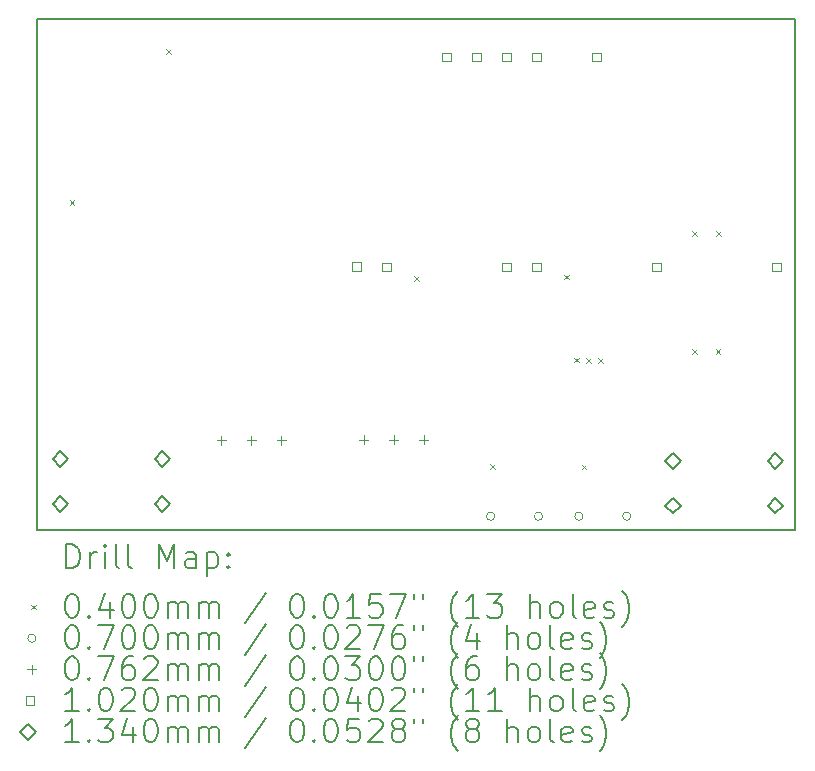
<source format=gbr>
%FSLAX45Y45*%
G04 Gerber Fmt 4.5, Leading zero omitted, Abs format (unit mm)*
G04 Created by KiCad (PCBNEW (6.0.6)) date 2022-06-29 14:15:08*
%MOMM*%
%LPD*%
G01*
G04 APERTURE LIST*
%TA.AperFunction,Profile*%
%ADD10C,0.200000*%
%TD*%
%ADD11C,0.200000*%
%ADD12C,0.040000*%
%ADD13C,0.070000*%
%ADD14C,0.076200*%
%ADD15C,0.102000*%
%ADD16C,0.134000*%
G04 APERTURE END LIST*
D10*
X1335000Y-1287725D02*
X7751000Y-1287725D01*
X7751000Y-1287725D02*
X7751000Y-5614000D01*
X7751000Y-5614000D02*
X1335000Y-5614000D01*
X1335000Y-5614000D02*
X1335000Y-1287725D01*
D11*
D12*
X1610000Y-2821000D02*
X1650000Y-2861000D01*
X1650000Y-2821000D02*
X1610000Y-2861000D01*
X2428000Y-1543000D02*
X2468000Y-1583000D01*
X2468000Y-1543000D02*
X2428000Y-1583000D01*
X4527000Y-3460000D02*
X4567000Y-3500000D01*
X4567000Y-3460000D02*
X4527000Y-3500000D01*
X5170000Y-5057000D02*
X5210000Y-5097000D01*
X5210000Y-5057000D02*
X5170000Y-5097000D01*
X5799000Y-3449000D02*
X5839000Y-3489000D01*
X5839000Y-3449000D02*
X5799000Y-3489000D01*
X5882000Y-4153000D02*
X5922000Y-4193000D01*
X5922000Y-4153000D02*
X5882000Y-4193000D01*
X5945000Y-5059000D02*
X5985000Y-5099000D01*
X5985000Y-5059000D02*
X5945000Y-5099000D01*
X5985000Y-4154000D02*
X6025000Y-4194000D01*
X6025000Y-4154000D02*
X5985000Y-4194000D01*
X6085000Y-4155000D02*
X6125000Y-4195000D01*
X6125000Y-4155000D02*
X6085000Y-4195000D01*
X6880000Y-4080000D02*
X6920000Y-4120000D01*
X6920000Y-4080000D02*
X6880000Y-4120000D01*
X6881000Y-3080050D02*
X6921000Y-3120050D01*
X6921000Y-3080050D02*
X6881000Y-3120050D01*
X7080000Y-4080000D02*
X7120000Y-4120000D01*
X7120000Y-4080000D02*
X7080000Y-4120000D01*
X7081000Y-3081000D02*
X7121000Y-3121000D01*
X7121000Y-3081000D02*
X7081000Y-3121000D01*
D13*
X5208500Y-5495000D02*
G75*
G03*
X5208500Y-5495000I-35000J0D01*
G01*
X5613500Y-5495000D02*
G75*
G03*
X5613500Y-5495000I-35000J0D01*
G01*
X5956500Y-5495000D02*
G75*
G03*
X5956500Y-5495000I-35000J0D01*
G01*
X6361500Y-5495000D02*
G75*
G03*
X6361500Y-5495000I-35000J0D01*
G01*
D14*
X2895000Y-4813900D02*
X2895000Y-4890100D01*
X2856900Y-4852000D02*
X2933100Y-4852000D01*
X3149000Y-4813900D02*
X3149000Y-4890100D01*
X3110900Y-4852000D02*
X3187100Y-4852000D01*
X3403000Y-4813900D02*
X3403000Y-4890100D01*
X3364900Y-4852000D02*
X3441100Y-4852000D01*
X4099000Y-4807900D02*
X4099000Y-4884100D01*
X4060900Y-4846000D02*
X4137100Y-4846000D01*
X4353000Y-4807900D02*
X4353000Y-4884100D01*
X4314900Y-4846000D02*
X4391100Y-4846000D01*
X4607000Y-4807900D02*
X4607000Y-4884100D01*
X4568900Y-4846000D02*
X4645100Y-4846000D01*
D15*
X4075063Y-3416063D02*
X4075063Y-3343937D01*
X4002937Y-3343937D01*
X4002937Y-3416063D01*
X4075063Y-3416063D01*
X4329063Y-3420063D02*
X4329063Y-3347937D01*
X4256937Y-3347937D01*
X4256937Y-3420063D01*
X4329063Y-3420063D01*
X4837063Y-1642063D02*
X4837063Y-1569937D01*
X4764937Y-1569937D01*
X4764937Y-1642063D01*
X4837063Y-1642063D01*
X5091063Y-1642063D02*
X5091063Y-1569937D01*
X5018937Y-1569937D01*
X5018937Y-1642063D01*
X5091063Y-1642063D01*
X5345063Y-1642063D02*
X5345063Y-1569937D01*
X5272937Y-1569937D01*
X5272937Y-1642063D01*
X5345063Y-1642063D01*
X5345063Y-3420063D02*
X5345063Y-3347937D01*
X5272937Y-3347937D01*
X5272937Y-3420063D01*
X5345063Y-3420063D01*
X5599063Y-1642063D02*
X5599063Y-1569937D01*
X5526937Y-1569937D01*
X5526937Y-1642063D01*
X5599063Y-1642063D01*
X5599063Y-3420063D02*
X5599063Y-3347937D01*
X5526937Y-3347937D01*
X5526937Y-3420063D01*
X5599063Y-3420063D01*
X6107063Y-1642063D02*
X6107063Y-1569937D01*
X6034937Y-1569937D01*
X6034937Y-1642063D01*
X6107063Y-1642063D01*
X6615063Y-3420063D02*
X6615063Y-3347937D01*
X6542937Y-3347937D01*
X6542937Y-3420063D01*
X6615063Y-3420063D01*
X7631063Y-3420063D02*
X7631063Y-3347937D01*
X7558937Y-3347937D01*
X7558937Y-3420063D01*
X7631063Y-3420063D01*
D16*
X1531382Y-5075250D02*
X1598382Y-5008250D01*
X1531382Y-4941250D01*
X1464382Y-5008250D01*
X1531382Y-5075250D01*
X1531382Y-5455250D02*
X1598382Y-5388250D01*
X1531382Y-5321250D01*
X1464382Y-5388250D01*
X1531382Y-5455250D01*
X2395382Y-5075250D02*
X2462382Y-5008250D01*
X2395382Y-4941250D01*
X2328382Y-5008250D01*
X2395382Y-5075250D01*
X2395382Y-5455250D02*
X2462382Y-5388250D01*
X2395382Y-5321250D01*
X2328382Y-5388250D01*
X2395382Y-5455250D01*
X6721000Y-5092000D02*
X6788000Y-5025000D01*
X6721000Y-4958000D01*
X6654000Y-5025000D01*
X6721000Y-5092000D01*
X6721000Y-5472000D02*
X6788000Y-5405000D01*
X6721000Y-5338000D01*
X6654000Y-5405000D01*
X6721000Y-5472000D01*
X7585000Y-5092000D02*
X7652000Y-5025000D01*
X7585000Y-4958000D01*
X7518000Y-5025000D01*
X7585000Y-5092000D01*
X7585000Y-5472000D02*
X7652000Y-5405000D01*
X7585000Y-5338000D01*
X7518000Y-5405000D01*
X7585000Y-5472000D01*
D11*
X1582619Y-5934476D02*
X1582619Y-5734476D01*
X1630238Y-5734476D01*
X1658809Y-5744000D01*
X1677857Y-5763048D01*
X1687381Y-5782095D01*
X1696905Y-5820190D01*
X1696905Y-5848762D01*
X1687381Y-5886857D01*
X1677857Y-5905905D01*
X1658809Y-5924952D01*
X1630238Y-5934476D01*
X1582619Y-5934476D01*
X1782619Y-5934476D02*
X1782619Y-5801143D01*
X1782619Y-5839238D02*
X1792143Y-5820190D01*
X1801667Y-5810667D01*
X1820714Y-5801143D01*
X1839762Y-5801143D01*
X1906428Y-5934476D02*
X1906428Y-5801143D01*
X1906428Y-5734476D02*
X1896905Y-5744000D01*
X1906428Y-5753524D01*
X1915952Y-5744000D01*
X1906428Y-5734476D01*
X1906428Y-5753524D01*
X2030238Y-5934476D02*
X2011190Y-5924952D01*
X2001667Y-5905905D01*
X2001667Y-5734476D01*
X2135000Y-5934476D02*
X2115952Y-5924952D01*
X2106429Y-5905905D01*
X2106429Y-5734476D01*
X2363571Y-5934476D02*
X2363571Y-5734476D01*
X2430238Y-5877333D01*
X2496905Y-5734476D01*
X2496905Y-5934476D01*
X2677857Y-5934476D02*
X2677857Y-5829714D01*
X2668333Y-5810667D01*
X2649286Y-5801143D01*
X2611190Y-5801143D01*
X2592143Y-5810667D01*
X2677857Y-5924952D02*
X2658810Y-5934476D01*
X2611190Y-5934476D01*
X2592143Y-5924952D01*
X2582619Y-5905905D01*
X2582619Y-5886857D01*
X2592143Y-5867809D01*
X2611190Y-5858286D01*
X2658810Y-5858286D01*
X2677857Y-5848762D01*
X2773095Y-5801143D02*
X2773095Y-6001143D01*
X2773095Y-5810667D02*
X2792143Y-5801143D01*
X2830238Y-5801143D01*
X2849286Y-5810667D01*
X2858809Y-5820190D01*
X2868333Y-5839238D01*
X2868333Y-5896381D01*
X2858809Y-5915428D01*
X2849286Y-5924952D01*
X2830238Y-5934476D01*
X2792143Y-5934476D01*
X2773095Y-5924952D01*
X2954048Y-5915428D02*
X2963571Y-5924952D01*
X2954048Y-5934476D01*
X2944524Y-5924952D01*
X2954048Y-5915428D01*
X2954048Y-5934476D01*
X2954048Y-5810667D02*
X2963571Y-5820190D01*
X2954048Y-5829714D01*
X2944524Y-5820190D01*
X2954048Y-5810667D01*
X2954048Y-5829714D01*
D12*
X1285000Y-6244000D02*
X1325000Y-6284000D01*
X1325000Y-6244000D02*
X1285000Y-6284000D01*
D11*
X1620714Y-6154476D02*
X1639762Y-6154476D01*
X1658809Y-6164000D01*
X1668333Y-6173524D01*
X1677857Y-6192571D01*
X1687381Y-6230667D01*
X1687381Y-6278286D01*
X1677857Y-6316381D01*
X1668333Y-6335428D01*
X1658809Y-6344952D01*
X1639762Y-6354476D01*
X1620714Y-6354476D01*
X1601667Y-6344952D01*
X1592143Y-6335428D01*
X1582619Y-6316381D01*
X1573095Y-6278286D01*
X1573095Y-6230667D01*
X1582619Y-6192571D01*
X1592143Y-6173524D01*
X1601667Y-6164000D01*
X1620714Y-6154476D01*
X1773095Y-6335428D02*
X1782619Y-6344952D01*
X1773095Y-6354476D01*
X1763571Y-6344952D01*
X1773095Y-6335428D01*
X1773095Y-6354476D01*
X1954048Y-6221143D02*
X1954048Y-6354476D01*
X1906428Y-6144952D02*
X1858809Y-6287809D01*
X1982619Y-6287809D01*
X2096905Y-6154476D02*
X2115952Y-6154476D01*
X2135000Y-6164000D01*
X2144524Y-6173524D01*
X2154048Y-6192571D01*
X2163571Y-6230667D01*
X2163571Y-6278286D01*
X2154048Y-6316381D01*
X2144524Y-6335428D01*
X2135000Y-6344952D01*
X2115952Y-6354476D01*
X2096905Y-6354476D01*
X2077857Y-6344952D01*
X2068333Y-6335428D01*
X2058809Y-6316381D01*
X2049286Y-6278286D01*
X2049286Y-6230667D01*
X2058809Y-6192571D01*
X2068333Y-6173524D01*
X2077857Y-6164000D01*
X2096905Y-6154476D01*
X2287381Y-6154476D02*
X2306429Y-6154476D01*
X2325476Y-6164000D01*
X2335000Y-6173524D01*
X2344524Y-6192571D01*
X2354048Y-6230667D01*
X2354048Y-6278286D01*
X2344524Y-6316381D01*
X2335000Y-6335428D01*
X2325476Y-6344952D01*
X2306429Y-6354476D01*
X2287381Y-6354476D01*
X2268333Y-6344952D01*
X2258810Y-6335428D01*
X2249286Y-6316381D01*
X2239762Y-6278286D01*
X2239762Y-6230667D01*
X2249286Y-6192571D01*
X2258810Y-6173524D01*
X2268333Y-6164000D01*
X2287381Y-6154476D01*
X2439762Y-6354476D02*
X2439762Y-6221143D01*
X2439762Y-6240190D02*
X2449286Y-6230667D01*
X2468333Y-6221143D01*
X2496905Y-6221143D01*
X2515952Y-6230667D01*
X2525476Y-6249714D01*
X2525476Y-6354476D01*
X2525476Y-6249714D02*
X2535000Y-6230667D01*
X2554048Y-6221143D01*
X2582619Y-6221143D01*
X2601667Y-6230667D01*
X2611190Y-6249714D01*
X2611190Y-6354476D01*
X2706429Y-6354476D02*
X2706429Y-6221143D01*
X2706429Y-6240190D02*
X2715952Y-6230667D01*
X2735000Y-6221143D01*
X2763571Y-6221143D01*
X2782619Y-6230667D01*
X2792143Y-6249714D01*
X2792143Y-6354476D01*
X2792143Y-6249714D02*
X2801667Y-6230667D01*
X2820714Y-6221143D01*
X2849286Y-6221143D01*
X2868333Y-6230667D01*
X2877857Y-6249714D01*
X2877857Y-6354476D01*
X3268333Y-6144952D02*
X3096905Y-6402095D01*
X3525476Y-6154476D02*
X3544524Y-6154476D01*
X3563571Y-6164000D01*
X3573095Y-6173524D01*
X3582619Y-6192571D01*
X3592143Y-6230667D01*
X3592143Y-6278286D01*
X3582619Y-6316381D01*
X3573095Y-6335428D01*
X3563571Y-6344952D01*
X3544524Y-6354476D01*
X3525476Y-6354476D01*
X3506428Y-6344952D01*
X3496905Y-6335428D01*
X3487381Y-6316381D01*
X3477857Y-6278286D01*
X3477857Y-6230667D01*
X3487381Y-6192571D01*
X3496905Y-6173524D01*
X3506428Y-6164000D01*
X3525476Y-6154476D01*
X3677857Y-6335428D02*
X3687381Y-6344952D01*
X3677857Y-6354476D01*
X3668333Y-6344952D01*
X3677857Y-6335428D01*
X3677857Y-6354476D01*
X3811190Y-6154476D02*
X3830238Y-6154476D01*
X3849286Y-6164000D01*
X3858809Y-6173524D01*
X3868333Y-6192571D01*
X3877857Y-6230667D01*
X3877857Y-6278286D01*
X3868333Y-6316381D01*
X3858809Y-6335428D01*
X3849286Y-6344952D01*
X3830238Y-6354476D01*
X3811190Y-6354476D01*
X3792143Y-6344952D01*
X3782619Y-6335428D01*
X3773095Y-6316381D01*
X3763571Y-6278286D01*
X3763571Y-6230667D01*
X3773095Y-6192571D01*
X3782619Y-6173524D01*
X3792143Y-6164000D01*
X3811190Y-6154476D01*
X4068333Y-6354476D02*
X3954048Y-6354476D01*
X4011190Y-6354476D02*
X4011190Y-6154476D01*
X3992143Y-6183048D01*
X3973095Y-6202095D01*
X3954048Y-6211619D01*
X4249286Y-6154476D02*
X4154048Y-6154476D01*
X4144524Y-6249714D01*
X4154048Y-6240190D01*
X4173095Y-6230667D01*
X4220714Y-6230667D01*
X4239762Y-6240190D01*
X4249286Y-6249714D01*
X4258810Y-6268762D01*
X4258810Y-6316381D01*
X4249286Y-6335428D01*
X4239762Y-6344952D01*
X4220714Y-6354476D01*
X4173095Y-6354476D01*
X4154048Y-6344952D01*
X4144524Y-6335428D01*
X4325476Y-6154476D02*
X4458810Y-6154476D01*
X4373095Y-6354476D01*
X4525476Y-6154476D02*
X4525476Y-6192571D01*
X4601667Y-6154476D02*
X4601667Y-6192571D01*
X4896905Y-6430667D02*
X4887381Y-6421143D01*
X4868333Y-6392571D01*
X4858810Y-6373524D01*
X4849286Y-6344952D01*
X4839762Y-6297333D01*
X4839762Y-6259238D01*
X4849286Y-6211619D01*
X4858810Y-6183048D01*
X4868333Y-6164000D01*
X4887381Y-6135428D01*
X4896905Y-6125905D01*
X5077857Y-6354476D02*
X4963571Y-6354476D01*
X5020714Y-6354476D02*
X5020714Y-6154476D01*
X5001667Y-6183048D01*
X4982619Y-6202095D01*
X4963571Y-6211619D01*
X5144524Y-6154476D02*
X5268333Y-6154476D01*
X5201667Y-6230667D01*
X5230238Y-6230667D01*
X5249286Y-6240190D01*
X5258810Y-6249714D01*
X5268333Y-6268762D01*
X5268333Y-6316381D01*
X5258810Y-6335428D01*
X5249286Y-6344952D01*
X5230238Y-6354476D01*
X5173095Y-6354476D01*
X5154048Y-6344952D01*
X5144524Y-6335428D01*
X5506429Y-6354476D02*
X5506429Y-6154476D01*
X5592143Y-6354476D02*
X5592143Y-6249714D01*
X5582619Y-6230667D01*
X5563571Y-6221143D01*
X5535000Y-6221143D01*
X5515952Y-6230667D01*
X5506429Y-6240190D01*
X5715952Y-6354476D02*
X5696905Y-6344952D01*
X5687381Y-6335428D01*
X5677857Y-6316381D01*
X5677857Y-6259238D01*
X5687381Y-6240190D01*
X5696905Y-6230667D01*
X5715952Y-6221143D01*
X5744524Y-6221143D01*
X5763571Y-6230667D01*
X5773095Y-6240190D01*
X5782619Y-6259238D01*
X5782619Y-6316381D01*
X5773095Y-6335428D01*
X5763571Y-6344952D01*
X5744524Y-6354476D01*
X5715952Y-6354476D01*
X5896905Y-6354476D02*
X5877857Y-6344952D01*
X5868333Y-6325905D01*
X5868333Y-6154476D01*
X6049286Y-6344952D02*
X6030238Y-6354476D01*
X5992143Y-6354476D01*
X5973095Y-6344952D01*
X5963571Y-6325905D01*
X5963571Y-6249714D01*
X5973095Y-6230667D01*
X5992143Y-6221143D01*
X6030238Y-6221143D01*
X6049286Y-6230667D01*
X6058809Y-6249714D01*
X6058809Y-6268762D01*
X5963571Y-6287809D01*
X6135000Y-6344952D02*
X6154048Y-6354476D01*
X6192143Y-6354476D01*
X6211190Y-6344952D01*
X6220714Y-6325905D01*
X6220714Y-6316381D01*
X6211190Y-6297333D01*
X6192143Y-6287809D01*
X6163571Y-6287809D01*
X6144524Y-6278286D01*
X6135000Y-6259238D01*
X6135000Y-6249714D01*
X6144524Y-6230667D01*
X6163571Y-6221143D01*
X6192143Y-6221143D01*
X6211190Y-6230667D01*
X6287381Y-6430667D02*
X6296905Y-6421143D01*
X6315952Y-6392571D01*
X6325476Y-6373524D01*
X6335000Y-6344952D01*
X6344524Y-6297333D01*
X6344524Y-6259238D01*
X6335000Y-6211619D01*
X6325476Y-6183048D01*
X6315952Y-6164000D01*
X6296905Y-6135428D01*
X6287381Y-6125905D01*
D13*
X1325000Y-6528000D02*
G75*
G03*
X1325000Y-6528000I-35000J0D01*
G01*
D11*
X1620714Y-6418476D02*
X1639762Y-6418476D01*
X1658809Y-6428000D01*
X1668333Y-6437524D01*
X1677857Y-6456571D01*
X1687381Y-6494667D01*
X1687381Y-6542286D01*
X1677857Y-6580381D01*
X1668333Y-6599428D01*
X1658809Y-6608952D01*
X1639762Y-6618476D01*
X1620714Y-6618476D01*
X1601667Y-6608952D01*
X1592143Y-6599428D01*
X1582619Y-6580381D01*
X1573095Y-6542286D01*
X1573095Y-6494667D01*
X1582619Y-6456571D01*
X1592143Y-6437524D01*
X1601667Y-6428000D01*
X1620714Y-6418476D01*
X1773095Y-6599428D02*
X1782619Y-6608952D01*
X1773095Y-6618476D01*
X1763571Y-6608952D01*
X1773095Y-6599428D01*
X1773095Y-6618476D01*
X1849286Y-6418476D02*
X1982619Y-6418476D01*
X1896905Y-6618476D01*
X2096905Y-6418476D02*
X2115952Y-6418476D01*
X2135000Y-6428000D01*
X2144524Y-6437524D01*
X2154048Y-6456571D01*
X2163571Y-6494667D01*
X2163571Y-6542286D01*
X2154048Y-6580381D01*
X2144524Y-6599428D01*
X2135000Y-6608952D01*
X2115952Y-6618476D01*
X2096905Y-6618476D01*
X2077857Y-6608952D01*
X2068333Y-6599428D01*
X2058809Y-6580381D01*
X2049286Y-6542286D01*
X2049286Y-6494667D01*
X2058809Y-6456571D01*
X2068333Y-6437524D01*
X2077857Y-6428000D01*
X2096905Y-6418476D01*
X2287381Y-6418476D02*
X2306429Y-6418476D01*
X2325476Y-6428000D01*
X2335000Y-6437524D01*
X2344524Y-6456571D01*
X2354048Y-6494667D01*
X2354048Y-6542286D01*
X2344524Y-6580381D01*
X2335000Y-6599428D01*
X2325476Y-6608952D01*
X2306429Y-6618476D01*
X2287381Y-6618476D01*
X2268333Y-6608952D01*
X2258810Y-6599428D01*
X2249286Y-6580381D01*
X2239762Y-6542286D01*
X2239762Y-6494667D01*
X2249286Y-6456571D01*
X2258810Y-6437524D01*
X2268333Y-6428000D01*
X2287381Y-6418476D01*
X2439762Y-6618476D02*
X2439762Y-6485143D01*
X2439762Y-6504190D02*
X2449286Y-6494667D01*
X2468333Y-6485143D01*
X2496905Y-6485143D01*
X2515952Y-6494667D01*
X2525476Y-6513714D01*
X2525476Y-6618476D01*
X2525476Y-6513714D02*
X2535000Y-6494667D01*
X2554048Y-6485143D01*
X2582619Y-6485143D01*
X2601667Y-6494667D01*
X2611190Y-6513714D01*
X2611190Y-6618476D01*
X2706429Y-6618476D02*
X2706429Y-6485143D01*
X2706429Y-6504190D02*
X2715952Y-6494667D01*
X2735000Y-6485143D01*
X2763571Y-6485143D01*
X2782619Y-6494667D01*
X2792143Y-6513714D01*
X2792143Y-6618476D01*
X2792143Y-6513714D02*
X2801667Y-6494667D01*
X2820714Y-6485143D01*
X2849286Y-6485143D01*
X2868333Y-6494667D01*
X2877857Y-6513714D01*
X2877857Y-6618476D01*
X3268333Y-6408952D02*
X3096905Y-6666095D01*
X3525476Y-6418476D02*
X3544524Y-6418476D01*
X3563571Y-6428000D01*
X3573095Y-6437524D01*
X3582619Y-6456571D01*
X3592143Y-6494667D01*
X3592143Y-6542286D01*
X3582619Y-6580381D01*
X3573095Y-6599428D01*
X3563571Y-6608952D01*
X3544524Y-6618476D01*
X3525476Y-6618476D01*
X3506428Y-6608952D01*
X3496905Y-6599428D01*
X3487381Y-6580381D01*
X3477857Y-6542286D01*
X3477857Y-6494667D01*
X3487381Y-6456571D01*
X3496905Y-6437524D01*
X3506428Y-6428000D01*
X3525476Y-6418476D01*
X3677857Y-6599428D02*
X3687381Y-6608952D01*
X3677857Y-6618476D01*
X3668333Y-6608952D01*
X3677857Y-6599428D01*
X3677857Y-6618476D01*
X3811190Y-6418476D02*
X3830238Y-6418476D01*
X3849286Y-6428000D01*
X3858809Y-6437524D01*
X3868333Y-6456571D01*
X3877857Y-6494667D01*
X3877857Y-6542286D01*
X3868333Y-6580381D01*
X3858809Y-6599428D01*
X3849286Y-6608952D01*
X3830238Y-6618476D01*
X3811190Y-6618476D01*
X3792143Y-6608952D01*
X3782619Y-6599428D01*
X3773095Y-6580381D01*
X3763571Y-6542286D01*
X3763571Y-6494667D01*
X3773095Y-6456571D01*
X3782619Y-6437524D01*
X3792143Y-6428000D01*
X3811190Y-6418476D01*
X3954048Y-6437524D02*
X3963571Y-6428000D01*
X3982619Y-6418476D01*
X4030238Y-6418476D01*
X4049286Y-6428000D01*
X4058809Y-6437524D01*
X4068333Y-6456571D01*
X4068333Y-6475619D01*
X4058809Y-6504190D01*
X3944524Y-6618476D01*
X4068333Y-6618476D01*
X4135000Y-6418476D02*
X4268333Y-6418476D01*
X4182619Y-6618476D01*
X4430238Y-6418476D02*
X4392143Y-6418476D01*
X4373095Y-6428000D01*
X4363571Y-6437524D01*
X4344524Y-6466095D01*
X4335000Y-6504190D01*
X4335000Y-6580381D01*
X4344524Y-6599428D01*
X4354048Y-6608952D01*
X4373095Y-6618476D01*
X4411190Y-6618476D01*
X4430238Y-6608952D01*
X4439762Y-6599428D01*
X4449286Y-6580381D01*
X4449286Y-6532762D01*
X4439762Y-6513714D01*
X4430238Y-6504190D01*
X4411190Y-6494667D01*
X4373095Y-6494667D01*
X4354048Y-6504190D01*
X4344524Y-6513714D01*
X4335000Y-6532762D01*
X4525476Y-6418476D02*
X4525476Y-6456571D01*
X4601667Y-6418476D02*
X4601667Y-6456571D01*
X4896905Y-6694667D02*
X4887381Y-6685143D01*
X4868333Y-6656571D01*
X4858810Y-6637524D01*
X4849286Y-6608952D01*
X4839762Y-6561333D01*
X4839762Y-6523238D01*
X4849286Y-6475619D01*
X4858810Y-6447048D01*
X4868333Y-6428000D01*
X4887381Y-6399428D01*
X4896905Y-6389905D01*
X5058810Y-6485143D02*
X5058810Y-6618476D01*
X5011190Y-6408952D02*
X4963571Y-6551809D01*
X5087381Y-6551809D01*
X5315952Y-6618476D02*
X5315952Y-6418476D01*
X5401667Y-6618476D02*
X5401667Y-6513714D01*
X5392143Y-6494667D01*
X5373095Y-6485143D01*
X5344524Y-6485143D01*
X5325476Y-6494667D01*
X5315952Y-6504190D01*
X5525476Y-6618476D02*
X5506429Y-6608952D01*
X5496905Y-6599428D01*
X5487381Y-6580381D01*
X5487381Y-6523238D01*
X5496905Y-6504190D01*
X5506429Y-6494667D01*
X5525476Y-6485143D01*
X5554048Y-6485143D01*
X5573095Y-6494667D01*
X5582619Y-6504190D01*
X5592143Y-6523238D01*
X5592143Y-6580381D01*
X5582619Y-6599428D01*
X5573095Y-6608952D01*
X5554048Y-6618476D01*
X5525476Y-6618476D01*
X5706428Y-6618476D02*
X5687381Y-6608952D01*
X5677857Y-6589905D01*
X5677857Y-6418476D01*
X5858809Y-6608952D02*
X5839762Y-6618476D01*
X5801667Y-6618476D01*
X5782619Y-6608952D01*
X5773095Y-6589905D01*
X5773095Y-6513714D01*
X5782619Y-6494667D01*
X5801667Y-6485143D01*
X5839762Y-6485143D01*
X5858809Y-6494667D01*
X5868333Y-6513714D01*
X5868333Y-6532762D01*
X5773095Y-6551809D01*
X5944524Y-6608952D02*
X5963571Y-6618476D01*
X6001667Y-6618476D01*
X6020714Y-6608952D01*
X6030238Y-6589905D01*
X6030238Y-6580381D01*
X6020714Y-6561333D01*
X6001667Y-6551809D01*
X5973095Y-6551809D01*
X5954048Y-6542286D01*
X5944524Y-6523238D01*
X5944524Y-6513714D01*
X5954048Y-6494667D01*
X5973095Y-6485143D01*
X6001667Y-6485143D01*
X6020714Y-6494667D01*
X6096905Y-6694667D02*
X6106428Y-6685143D01*
X6125476Y-6656571D01*
X6135000Y-6637524D01*
X6144524Y-6608952D01*
X6154048Y-6561333D01*
X6154048Y-6523238D01*
X6144524Y-6475619D01*
X6135000Y-6447048D01*
X6125476Y-6428000D01*
X6106428Y-6399428D01*
X6096905Y-6389905D01*
D14*
X1286900Y-6753900D02*
X1286900Y-6830100D01*
X1248800Y-6792000D02*
X1325000Y-6792000D01*
D11*
X1620714Y-6682476D02*
X1639762Y-6682476D01*
X1658809Y-6692000D01*
X1668333Y-6701524D01*
X1677857Y-6720571D01*
X1687381Y-6758667D01*
X1687381Y-6806286D01*
X1677857Y-6844381D01*
X1668333Y-6863428D01*
X1658809Y-6872952D01*
X1639762Y-6882476D01*
X1620714Y-6882476D01*
X1601667Y-6872952D01*
X1592143Y-6863428D01*
X1582619Y-6844381D01*
X1573095Y-6806286D01*
X1573095Y-6758667D01*
X1582619Y-6720571D01*
X1592143Y-6701524D01*
X1601667Y-6692000D01*
X1620714Y-6682476D01*
X1773095Y-6863428D02*
X1782619Y-6872952D01*
X1773095Y-6882476D01*
X1763571Y-6872952D01*
X1773095Y-6863428D01*
X1773095Y-6882476D01*
X1849286Y-6682476D02*
X1982619Y-6682476D01*
X1896905Y-6882476D01*
X2144524Y-6682476D02*
X2106429Y-6682476D01*
X2087381Y-6692000D01*
X2077857Y-6701524D01*
X2058809Y-6730095D01*
X2049286Y-6768190D01*
X2049286Y-6844381D01*
X2058809Y-6863428D01*
X2068333Y-6872952D01*
X2087381Y-6882476D01*
X2125476Y-6882476D01*
X2144524Y-6872952D01*
X2154048Y-6863428D01*
X2163571Y-6844381D01*
X2163571Y-6796762D01*
X2154048Y-6777714D01*
X2144524Y-6768190D01*
X2125476Y-6758667D01*
X2087381Y-6758667D01*
X2068333Y-6768190D01*
X2058809Y-6777714D01*
X2049286Y-6796762D01*
X2239762Y-6701524D02*
X2249286Y-6692000D01*
X2268333Y-6682476D01*
X2315952Y-6682476D01*
X2335000Y-6692000D01*
X2344524Y-6701524D01*
X2354048Y-6720571D01*
X2354048Y-6739619D01*
X2344524Y-6768190D01*
X2230238Y-6882476D01*
X2354048Y-6882476D01*
X2439762Y-6882476D02*
X2439762Y-6749143D01*
X2439762Y-6768190D02*
X2449286Y-6758667D01*
X2468333Y-6749143D01*
X2496905Y-6749143D01*
X2515952Y-6758667D01*
X2525476Y-6777714D01*
X2525476Y-6882476D01*
X2525476Y-6777714D02*
X2535000Y-6758667D01*
X2554048Y-6749143D01*
X2582619Y-6749143D01*
X2601667Y-6758667D01*
X2611190Y-6777714D01*
X2611190Y-6882476D01*
X2706429Y-6882476D02*
X2706429Y-6749143D01*
X2706429Y-6768190D02*
X2715952Y-6758667D01*
X2735000Y-6749143D01*
X2763571Y-6749143D01*
X2782619Y-6758667D01*
X2792143Y-6777714D01*
X2792143Y-6882476D01*
X2792143Y-6777714D02*
X2801667Y-6758667D01*
X2820714Y-6749143D01*
X2849286Y-6749143D01*
X2868333Y-6758667D01*
X2877857Y-6777714D01*
X2877857Y-6882476D01*
X3268333Y-6672952D02*
X3096905Y-6930095D01*
X3525476Y-6682476D02*
X3544524Y-6682476D01*
X3563571Y-6692000D01*
X3573095Y-6701524D01*
X3582619Y-6720571D01*
X3592143Y-6758667D01*
X3592143Y-6806286D01*
X3582619Y-6844381D01*
X3573095Y-6863428D01*
X3563571Y-6872952D01*
X3544524Y-6882476D01*
X3525476Y-6882476D01*
X3506428Y-6872952D01*
X3496905Y-6863428D01*
X3487381Y-6844381D01*
X3477857Y-6806286D01*
X3477857Y-6758667D01*
X3487381Y-6720571D01*
X3496905Y-6701524D01*
X3506428Y-6692000D01*
X3525476Y-6682476D01*
X3677857Y-6863428D02*
X3687381Y-6872952D01*
X3677857Y-6882476D01*
X3668333Y-6872952D01*
X3677857Y-6863428D01*
X3677857Y-6882476D01*
X3811190Y-6682476D02*
X3830238Y-6682476D01*
X3849286Y-6692000D01*
X3858809Y-6701524D01*
X3868333Y-6720571D01*
X3877857Y-6758667D01*
X3877857Y-6806286D01*
X3868333Y-6844381D01*
X3858809Y-6863428D01*
X3849286Y-6872952D01*
X3830238Y-6882476D01*
X3811190Y-6882476D01*
X3792143Y-6872952D01*
X3782619Y-6863428D01*
X3773095Y-6844381D01*
X3763571Y-6806286D01*
X3763571Y-6758667D01*
X3773095Y-6720571D01*
X3782619Y-6701524D01*
X3792143Y-6692000D01*
X3811190Y-6682476D01*
X3944524Y-6682476D02*
X4068333Y-6682476D01*
X4001667Y-6758667D01*
X4030238Y-6758667D01*
X4049286Y-6768190D01*
X4058809Y-6777714D01*
X4068333Y-6796762D01*
X4068333Y-6844381D01*
X4058809Y-6863428D01*
X4049286Y-6872952D01*
X4030238Y-6882476D01*
X3973095Y-6882476D01*
X3954048Y-6872952D01*
X3944524Y-6863428D01*
X4192143Y-6682476D02*
X4211190Y-6682476D01*
X4230238Y-6692000D01*
X4239762Y-6701524D01*
X4249286Y-6720571D01*
X4258810Y-6758667D01*
X4258810Y-6806286D01*
X4249286Y-6844381D01*
X4239762Y-6863428D01*
X4230238Y-6872952D01*
X4211190Y-6882476D01*
X4192143Y-6882476D01*
X4173095Y-6872952D01*
X4163571Y-6863428D01*
X4154048Y-6844381D01*
X4144524Y-6806286D01*
X4144524Y-6758667D01*
X4154048Y-6720571D01*
X4163571Y-6701524D01*
X4173095Y-6692000D01*
X4192143Y-6682476D01*
X4382619Y-6682476D02*
X4401667Y-6682476D01*
X4420714Y-6692000D01*
X4430238Y-6701524D01*
X4439762Y-6720571D01*
X4449286Y-6758667D01*
X4449286Y-6806286D01*
X4439762Y-6844381D01*
X4430238Y-6863428D01*
X4420714Y-6872952D01*
X4401667Y-6882476D01*
X4382619Y-6882476D01*
X4363571Y-6872952D01*
X4354048Y-6863428D01*
X4344524Y-6844381D01*
X4335000Y-6806286D01*
X4335000Y-6758667D01*
X4344524Y-6720571D01*
X4354048Y-6701524D01*
X4363571Y-6692000D01*
X4382619Y-6682476D01*
X4525476Y-6682476D02*
X4525476Y-6720571D01*
X4601667Y-6682476D02*
X4601667Y-6720571D01*
X4896905Y-6958667D02*
X4887381Y-6949143D01*
X4868333Y-6920571D01*
X4858810Y-6901524D01*
X4849286Y-6872952D01*
X4839762Y-6825333D01*
X4839762Y-6787238D01*
X4849286Y-6739619D01*
X4858810Y-6711048D01*
X4868333Y-6692000D01*
X4887381Y-6663428D01*
X4896905Y-6653905D01*
X5058810Y-6682476D02*
X5020714Y-6682476D01*
X5001667Y-6692000D01*
X4992143Y-6701524D01*
X4973095Y-6730095D01*
X4963571Y-6768190D01*
X4963571Y-6844381D01*
X4973095Y-6863428D01*
X4982619Y-6872952D01*
X5001667Y-6882476D01*
X5039762Y-6882476D01*
X5058810Y-6872952D01*
X5068333Y-6863428D01*
X5077857Y-6844381D01*
X5077857Y-6796762D01*
X5068333Y-6777714D01*
X5058810Y-6768190D01*
X5039762Y-6758667D01*
X5001667Y-6758667D01*
X4982619Y-6768190D01*
X4973095Y-6777714D01*
X4963571Y-6796762D01*
X5315952Y-6882476D02*
X5315952Y-6682476D01*
X5401667Y-6882476D02*
X5401667Y-6777714D01*
X5392143Y-6758667D01*
X5373095Y-6749143D01*
X5344524Y-6749143D01*
X5325476Y-6758667D01*
X5315952Y-6768190D01*
X5525476Y-6882476D02*
X5506429Y-6872952D01*
X5496905Y-6863428D01*
X5487381Y-6844381D01*
X5487381Y-6787238D01*
X5496905Y-6768190D01*
X5506429Y-6758667D01*
X5525476Y-6749143D01*
X5554048Y-6749143D01*
X5573095Y-6758667D01*
X5582619Y-6768190D01*
X5592143Y-6787238D01*
X5592143Y-6844381D01*
X5582619Y-6863428D01*
X5573095Y-6872952D01*
X5554048Y-6882476D01*
X5525476Y-6882476D01*
X5706428Y-6882476D02*
X5687381Y-6872952D01*
X5677857Y-6853905D01*
X5677857Y-6682476D01*
X5858809Y-6872952D02*
X5839762Y-6882476D01*
X5801667Y-6882476D01*
X5782619Y-6872952D01*
X5773095Y-6853905D01*
X5773095Y-6777714D01*
X5782619Y-6758667D01*
X5801667Y-6749143D01*
X5839762Y-6749143D01*
X5858809Y-6758667D01*
X5868333Y-6777714D01*
X5868333Y-6796762D01*
X5773095Y-6815809D01*
X5944524Y-6872952D02*
X5963571Y-6882476D01*
X6001667Y-6882476D01*
X6020714Y-6872952D01*
X6030238Y-6853905D01*
X6030238Y-6844381D01*
X6020714Y-6825333D01*
X6001667Y-6815809D01*
X5973095Y-6815809D01*
X5954048Y-6806286D01*
X5944524Y-6787238D01*
X5944524Y-6777714D01*
X5954048Y-6758667D01*
X5973095Y-6749143D01*
X6001667Y-6749143D01*
X6020714Y-6758667D01*
X6096905Y-6958667D02*
X6106428Y-6949143D01*
X6125476Y-6920571D01*
X6135000Y-6901524D01*
X6144524Y-6872952D01*
X6154048Y-6825333D01*
X6154048Y-6787238D01*
X6144524Y-6739619D01*
X6135000Y-6711048D01*
X6125476Y-6692000D01*
X6106428Y-6663428D01*
X6096905Y-6653905D01*
D15*
X1310063Y-7092063D02*
X1310063Y-7019937D01*
X1237937Y-7019937D01*
X1237937Y-7092063D01*
X1310063Y-7092063D01*
D11*
X1687381Y-7146476D02*
X1573095Y-7146476D01*
X1630238Y-7146476D02*
X1630238Y-6946476D01*
X1611190Y-6975048D01*
X1592143Y-6994095D01*
X1573095Y-7003619D01*
X1773095Y-7127428D02*
X1782619Y-7136952D01*
X1773095Y-7146476D01*
X1763571Y-7136952D01*
X1773095Y-7127428D01*
X1773095Y-7146476D01*
X1906428Y-6946476D02*
X1925476Y-6946476D01*
X1944524Y-6956000D01*
X1954048Y-6965524D01*
X1963571Y-6984571D01*
X1973095Y-7022667D01*
X1973095Y-7070286D01*
X1963571Y-7108381D01*
X1954048Y-7127428D01*
X1944524Y-7136952D01*
X1925476Y-7146476D01*
X1906428Y-7146476D01*
X1887381Y-7136952D01*
X1877857Y-7127428D01*
X1868333Y-7108381D01*
X1858809Y-7070286D01*
X1858809Y-7022667D01*
X1868333Y-6984571D01*
X1877857Y-6965524D01*
X1887381Y-6956000D01*
X1906428Y-6946476D01*
X2049286Y-6965524D02*
X2058809Y-6956000D01*
X2077857Y-6946476D01*
X2125476Y-6946476D01*
X2144524Y-6956000D01*
X2154048Y-6965524D01*
X2163571Y-6984571D01*
X2163571Y-7003619D01*
X2154048Y-7032190D01*
X2039762Y-7146476D01*
X2163571Y-7146476D01*
X2287381Y-6946476D02*
X2306429Y-6946476D01*
X2325476Y-6956000D01*
X2335000Y-6965524D01*
X2344524Y-6984571D01*
X2354048Y-7022667D01*
X2354048Y-7070286D01*
X2344524Y-7108381D01*
X2335000Y-7127428D01*
X2325476Y-7136952D01*
X2306429Y-7146476D01*
X2287381Y-7146476D01*
X2268333Y-7136952D01*
X2258810Y-7127428D01*
X2249286Y-7108381D01*
X2239762Y-7070286D01*
X2239762Y-7022667D01*
X2249286Y-6984571D01*
X2258810Y-6965524D01*
X2268333Y-6956000D01*
X2287381Y-6946476D01*
X2439762Y-7146476D02*
X2439762Y-7013143D01*
X2439762Y-7032190D02*
X2449286Y-7022667D01*
X2468333Y-7013143D01*
X2496905Y-7013143D01*
X2515952Y-7022667D01*
X2525476Y-7041714D01*
X2525476Y-7146476D01*
X2525476Y-7041714D02*
X2535000Y-7022667D01*
X2554048Y-7013143D01*
X2582619Y-7013143D01*
X2601667Y-7022667D01*
X2611190Y-7041714D01*
X2611190Y-7146476D01*
X2706429Y-7146476D02*
X2706429Y-7013143D01*
X2706429Y-7032190D02*
X2715952Y-7022667D01*
X2735000Y-7013143D01*
X2763571Y-7013143D01*
X2782619Y-7022667D01*
X2792143Y-7041714D01*
X2792143Y-7146476D01*
X2792143Y-7041714D02*
X2801667Y-7022667D01*
X2820714Y-7013143D01*
X2849286Y-7013143D01*
X2868333Y-7022667D01*
X2877857Y-7041714D01*
X2877857Y-7146476D01*
X3268333Y-6936952D02*
X3096905Y-7194095D01*
X3525476Y-6946476D02*
X3544524Y-6946476D01*
X3563571Y-6956000D01*
X3573095Y-6965524D01*
X3582619Y-6984571D01*
X3592143Y-7022667D01*
X3592143Y-7070286D01*
X3582619Y-7108381D01*
X3573095Y-7127428D01*
X3563571Y-7136952D01*
X3544524Y-7146476D01*
X3525476Y-7146476D01*
X3506428Y-7136952D01*
X3496905Y-7127428D01*
X3487381Y-7108381D01*
X3477857Y-7070286D01*
X3477857Y-7022667D01*
X3487381Y-6984571D01*
X3496905Y-6965524D01*
X3506428Y-6956000D01*
X3525476Y-6946476D01*
X3677857Y-7127428D02*
X3687381Y-7136952D01*
X3677857Y-7146476D01*
X3668333Y-7136952D01*
X3677857Y-7127428D01*
X3677857Y-7146476D01*
X3811190Y-6946476D02*
X3830238Y-6946476D01*
X3849286Y-6956000D01*
X3858809Y-6965524D01*
X3868333Y-6984571D01*
X3877857Y-7022667D01*
X3877857Y-7070286D01*
X3868333Y-7108381D01*
X3858809Y-7127428D01*
X3849286Y-7136952D01*
X3830238Y-7146476D01*
X3811190Y-7146476D01*
X3792143Y-7136952D01*
X3782619Y-7127428D01*
X3773095Y-7108381D01*
X3763571Y-7070286D01*
X3763571Y-7022667D01*
X3773095Y-6984571D01*
X3782619Y-6965524D01*
X3792143Y-6956000D01*
X3811190Y-6946476D01*
X4049286Y-7013143D02*
X4049286Y-7146476D01*
X4001667Y-6936952D02*
X3954048Y-7079809D01*
X4077857Y-7079809D01*
X4192143Y-6946476D02*
X4211190Y-6946476D01*
X4230238Y-6956000D01*
X4239762Y-6965524D01*
X4249286Y-6984571D01*
X4258810Y-7022667D01*
X4258810Y-7070286D01*
X4249286Y-7108381D01*
X4239762Y-7127428D01*
X4230238Y-7136952D01*
X4211190Y-7146476D01*
X4192143Y-7146476D01*
X4173095Y-7136952D01*
X4163571Y-7127428D01*
X4154048Y-7108381D01*
X4144524Y-7070286D01*
X4144524Y-7022667D01*
X4154048Y-6984571D01*
X4163571Y-6965524D01*
X4173095Y-6956000D01*
X4192143Y-6946476D01*
X4335000Y-6965524D02*
X4344524Y-6956000D01*
X4363571Y-6946476D01*
X4411190Y-6946476D01*
X4430238Y-6956000D01*
X4439762Y-6965524D01*
X4449286Y-6984571D01*
X4449286Y-7003619D01*
X4439762Y-7032190D01*
X4325476Y-7146476D01*
X4449286Y-7146476D01*
X4525476Y-6946476D02*
X4525476Y-6984571D01*
X4601667Y-6946476D02*
X4601667Y-6984571D01*
X4896905Y-7222667D02*
X4887381Y-7213143D01*
X4868333Y-7184571D01*
X4858810Y-7165524D01*
X4849286Y-7136952D01*
X4839762Y-7089333D01*
X4839762Y-7051238D01*
X4849286Y-7003619D01*
X4858810Y-6975048D01*
X4868333Y-6956000D01*
X4887381Y-6927428D01*
X4896905Y-6917905D01*
X5077857Y-7146476D02*
X4963571Y-7146476D01*
X5020714Y-7146476D02*
X5020714Y-6946476D01*
X5001667Y-6975048D01*
X4982619Y-6994095D01*
X4963571Y-7003619D01*
X5268333Y-7146476D02*
X5154048Y-7146476D01*
X5211190Y-7146476D02*
X5211190Y-6946476D01*
X5192143Y-6975048D01*
X5173095Y-6994095D01*
X5154048Y-7003619D01*
X5506429Y-7146476D02*
X5506429Y-6946476D01*
X5592143Y-7146476D02*
X5592143Y-7041714D01*
X5582619Y-7022667D01*
X5563571Y-7013143D01*
X5535000Y-7013143D01*
X5515952Y-7022667D01*
X5506429Y-7032190D01*
X5715952Y-7146476D02*
X5696905Y-7136952D01*
X5687381Y-7127428D01*
X5677857Y-7108381D01*
X5677857Y-7051238D01*
X5687381Y-7032190D01*
X5696905Y-7022667D01*
X5715952Y-7013143D01*
X5744524Y-7013143D01*
X5763571Y-7022667D01*
X5773095Y-7032190D01*
X5782619Y-7051238D01*
X5782619Y-7108381D01*
X5773095Y-7127428D01*
X5763571Y-7136952D01*
X5744524Y-7146476D01*
X5715952Y-7146476D01*
X5896905Y-7146476D02*
X5877857Y-7136952D01*
X5868333Y-7117905D01*
X5868333Y-6946476D01*
X6049286Y-7136952D02*
X6030238Y-7146476D01*
X5992143Y-7146476D01*
X5973095Y-7136952D01*
X5963571Y-7117905D01*
X5963571Y-7041714D01*
X5973095Y-7022667D01*
X5992143Y-7013143D01*
X6030238Y-7013143D01*
X6049286Y-7022667D01*
X6058809Y-7041714D01*
X6058809Y-7060762D01*
X5963571Y-7079809D01*
X6135000Y-7136952D02*
X6154048Y-7146476D01*
X6192143Y-7146476D01*
X6211190Y-7136952D01*
X6220714Y-7117905D01*
X6220714Y-7108381D01*
X6211190Y-7089333D01*
X6192143Y-7079809D01*
X6163571Y-7079809D01*
X6144524Y-7070286D01*
X6135000Y-7051238D01*
X6135000Y-7041714D01*
X6144524Y-7022667D01*
X6163571Y-7013143D01*
X6192143Y-7013143D01*
X6211190Y-7022667D01*
X6287381Y-7222667D02*
X6296905Y-7213143D01*
X6315952Y-7184571D01*
X6325476Y-7165524D01*
X6335000Y-7136952D01*
X6344524Y-7089333D01*
X6344524Y-7051238D01*
X6335000Y-7003619D01*
X6325476Y-6975048D01*
X6315952Y-6956000D01*
X6296905Y-6927428D01*
X6287381Y-6917905D01*
D16*
X1258000Y-7387000D02*
X1325000Y-7320000D01*
X1258000Y-7253000D01*
X1191000Y-7320000D01*
X1258000Y-7387000D01*
D11*
X1687381Y-7410476D02*
X1573095Y-7410476D01*
X1630238Y-7410476D02*
X1630238Y-7210476D01*
X1611190Y-7239048D01*
X1592143Y-7258095D01*
X1573095Y-7267619D01*
X1773095Y-7391428D02*
X1782619Y-7400952D01*
X1773095Y-7410476D01*
X1763571Y-7400952D01*
X1773095Y-7391428D01*
X1773095Y-7410476D01*
X1849286Y-7210476D02*
X1973095Y-7210476D01*
X1906428Y-7286667D01*
X1935000Y-7286667D01*
X1954048Y-7296190D01*
X1963571Y-7305714D01*
X1973095Y-7324762D01*
X1973095Y-7372381D01*
X1963571Y-7391428D01*
X1954048Y-7400952D01*
X1935000Y-7410476D01*
X1877857Y-7410476D01*
X1858809Y-7400952D01*
X1849286Y-7391428D01*
X2144524Y-7277143D02*
X2144524Y-7410476D01*
X2096905Y-7200952D02*
X2049286Y-7343809D01*
X2173095Y-7343809D01*
X2287381Y-7210476D02*
X2306429Y-7210476D01*
X2325476Y-7220000D01*
X2335000Y-7229524D01*
X2344524Y-7248571D01*
X2354048Y-7286667D01*
X2354048Y-7334286D01*
X2344524Y-7372381D01*
X2335000Y-7391428D01*
X2325476Y-7400952D01*
X2306429Y-7410476D01*
X2287381Y-7410476D01*
X2268333Y-7400952D01*
X2258810Y-7391428D01*
X2249286Y-7372381D01*
X2239762Y-7334286D01*
X2239762Y-7286667D01*
X2249286Y-7248571D01*
X2258810Y-7229524D01*
X2268333Y-7220000D01*
X2287381Y-7210476D01*
X2439762Y-7410476D02*
X2439762Y-7277143D01*
X2439762Y-7296190D02*
X2449286Y-7286667D01*
X2468333Y-7277143D01*
X2496905Y-7277143D01*
X2515952Y-7286667D01*
X2525476Y-7305714D01*
X2525476Y-7410476D01*
X2525476Y-7305714D02*
X2535000Y-7286667D01*
X2554048Y-7277143D01*
X2582619Y-7277143D01*
X2601667Y-7286667D01*
X2611190Y-7305714D01*
X2611190Y-7410476D01*
X2706429Y-7410476D02*
X2706429Y-7277143D01*
X2706429Y-7296190D02*
X2715952Y-7286667D01*
X2735000Y-7277143D01*
X2763571Y-7277143D01*
X2782619Y-7286667D01*
X2792143Y-7305714D01*
X2792143Y-7410476D01*
X2792143Y-7305714D02*
X2801667Y-7286667D01*
X2820714Y-7277143D01*
X2849286Y-7277143D01*
X2868333Y-7286667D01*
X2877857Y-7305714D01*
X2877857Y-7410476D01*
X3268333Y-7200952D02*
X3096905Y-7458095D01*
X3525476Y-7210476D02*
X3544524Y-7210476D01*
X3563571Y-7220000D01*
X3573095Y-7229524D01*
X3582619Y-7248571D01*
X3592143Y-7286667D01*
X3592143Y-7334286D01*
X3582619Y-7372381D01*
X3573095Y-7391428D01*
X3563571Y-7400952D01*
X3544524Y-7410476D01*
X3525476Y-7410476D01*
X3506428Y-7400952D01*
X3496905Y-7391428D01*
X3487381Y-7372381D01*
X3477857Y-7334286D01*
X3477857Y-7286667D01*
X3487381Y-7248571D01*
X3496905Y-7229524D01*
X3506428Y-7220000D01*
X3525476Y-7210476D01*
X3677857Y-7391428D02*
X3687381Y-7400952D01*
X3677857Y-7410476D01*
X3668333Y-7400952D01*
X3677857Y-7391428D01*
X3677857Y-7410476D01*
X3811190Y-7210476D02*
X3830238Y-7210476D01*
X3849286Y-7220000D01*
X3858809Y-7229524D01*
X3868333Y-7248571D01*
X3877857Y-7286667D01*
X3877857Y-7334286D01*
X3868333Y-7372381D01*
X3858809Y-7391428D01*
X3849286Y-7400952D01*
X3830238Y-7410476D01*
X3811190Y-7410476D01*
X3792143Y-7400952D01*
X3782619Y-7391428D01*
X3773095Y-7372381D01*
X3763571Y-7334286D01*
X3763571Y-7286667D01*
X3773095Y-7248571D01*
X3782619Y-7229524D01*
X3792143Y-7220000D01*
X3811190Y-7210476D01*
X4058809Y-7210476D02*
X3963571Y-7210476D01*
X3954048Y-7305714D01*
X3963571Y-7296190D01*
X3982619Y-7286667D01*
X4030238Y-7286667D01*
X4049286Y-7296190D01*
X4058809Y-7305714D01*
X4068333Y-7324762D01*
X4068333Y-7372381D01*
X4058809Y-7391428D01*
X4049286Y-7400952D01*
X4030238Y-7410476D01*
X3982619Y-7410476D01*
X3963571Y-7400952D01*
X3954048Y-7391428D01*
X4144524Y-7229524D02*
X4154048Y-7220000D01*
X4173095Y-7210476D01*
X4220714Y-7210476D01*
X4239762Y-7220000D01*
X4249286Y-7229524D01*
X4258810Y-7248571D01*
X4258810Y-7267619D01*
X4249286Y-7296190D01*
X4135000Y-7410476D01*
X4258810Y-7410476D01*
X4373095Y-7296190D02*
X4354048Y-7286667D01*
X4344524Y-7277143D01*
X4335000Y-7258095D01*
X4335000Y-7248571D01*
X4344524Y-7229524D01*
X4354048Y-7220000D01*
X4373095Y-7210476D01*
X4411190Y-7210476D01*
X4430238Y-7220000D01*
X4439762Y-7229524D01*
X4449286Y-7248571D01*
X4449286Y-7258095D01*
X4439762Y-7277143D01*
X4430238Y-7286667D01*
X4411190Y-7296190D01*
X4373095Y-7296190D01*
X4354048Y-7305714D01*
X4344524Y-7315238D01*
X4335000Y-7334286D01*
X4335000Y-7372381D01*
X4344524Y-7391428D01*
X4354048Y-7400952D01*
X4373095Y-7410476D01*
X4411190Y-7410476D01*
X4430238Y-7400952D01*
X4439762Y-7391428D01*
X4449286Y-7372381D01*
X4449286Y-7334286D01*
X4439762Y-7315238D01*
X4430238Y-7305714D01*
X4411190Y-7296190D01*
X4525476Y-7210476D02*
X4525476Y-7248571D01*
X4601667Y-7210476D02*
X4601667Y-7248571D01*
X4896905Y-7486667D02*
X4887381Y-7477143D01*
X4868333Y-7448571D01*
X4858810Y-7429524D01*
X4849286Y-7400952D01*
X4839762Y-7353333D01*
X4839762Y-7315238D01*
X4849286Y-7267619D01*
X4858810Y-7239048D01*
X4868333Y-7220000D01*
X4887381Y-7191428D01*
X4896905Y-7181905D01*
X5001667Y-7296190D02*
X4982619Y-7286667D01*
X4973095Y-7277143D01*
X4963571Y-7258095D01*
X4963571Y-7248571D01*
X4973095Y-7229524D01*
X4982619Y-7220000D01*
X5001667Y-7210476D01*
X5039762Y-7210476D01*
X5058810Y-7220000D01*
X5068333Y-7229524D01*
X5077857Y-7248571D01*
X5077857Y-7258095D01*
X5068333Y-7277143D01*
X5058810Y-7286667D01*
X5039762Y-7296190D01*
X5001667Y-7296190D01*
X4982619Y-7305714D01*
X4973095Y-7315238D01*
X4963571Y-7334286D01*
X4963571Y-7372381D01*
X4973095Y-7391428D01*
X4982619Y-7400952D01*
X5001667Y-7410476D01*
X5039762Y-7410476D01*
X5058810Y-7400952D01*
X5068333Y-7391428D01*
X5077857Y-7372381D01*
X5077857Y-7334286D01*
X5068333Y-7315238D01*
X5058810Y-7305714D01*
X5039762Y-7296190D01*
X5315952Y-7410476D02*
X5315952Y-7210476D01*
X5401667Y-7410476D02*
X5401667Y-7305714D01*
X5392143Y-7286667D01*
X5373095Y-7277143D01*
X5344524Y-7277143D01*
X5325476Y-7286667D01*
X5315952Y-7296190D01*
X5525476Y-7410476D02*
X5506429Y-7400952D01*
X5496905Y-7391428D01*
X5487381Y-7372381D01*
X5487381Y-7315238D01*
X5496905Y-7296190D01*
X5506429Y-7286667D01*
X5525476Y-7277143D01*
X5554048Y-7277143D01*
X5573095Y-7286667D01*
X5582619Y-7296190D01*
X5592143Y-7315238D01*
X5592143Y-7372381D01*
X5582619Y-7391428D01*
X5573095Y-7400952D01*
X5554048Y-7410476D01*
X5525476Y-7410476D01*
X5706428Y-7410476D02*
X5687381Y-7400952D01*
X5677857Y-7381905D01*
X5677857Y-7210476D01*
X5858809Y-7400952D02*
X5839762Y-7410476D01*
X5801667Y-7410476D01*
X5782619Y-7400952D01*
X5773095Y-7381905D01*
X5773095Y-7305714D01*
X5782619Y-7286667D01*
X5801667Y-7277143D01*
X5839762Y-7277143D01*
X5858809Y-7286667D01*
X5868333Y-7305714D01*
X5868333Y-7324762D01*
X5773095Y-7343809D01*
X5944524Y-7400952D02*
X5963571Y-7410476D01*
X6001667Y-7410476D01*
X6020714Y-7400952D01*
X6030238Y-7381905D01*
X6030238Y-7372381D01*
X6020714Y-7353333D01*
X6001667Y-7343809D01*
X5973095Y-7343809D01*
X5954048Y-7334286D01*
X5944524Y-7315238D01*
X5944524Y-7305714D01*
X5954048Y-7286667D01*
X5973095Y-7277143D01*
X6001667Y-7277143D01*
X6020714Y-7286667D01*
X6096905Y-7486667D02*
X6106428Y-7477143D01*
X6125476Y-7448571D01*
X6135000Y-7429524D01*
X6144524Y-7400952D01*
X6154048Y-7353333D01*
X6154048Y-7315238D01*
X6144524Y-7267619D01*
X6135000Y-7239048D01*
X6125476Y-7220000D01*
X6106428Y-7191428D01*
X6096905Y-7181905D01*
M02*

</source>
